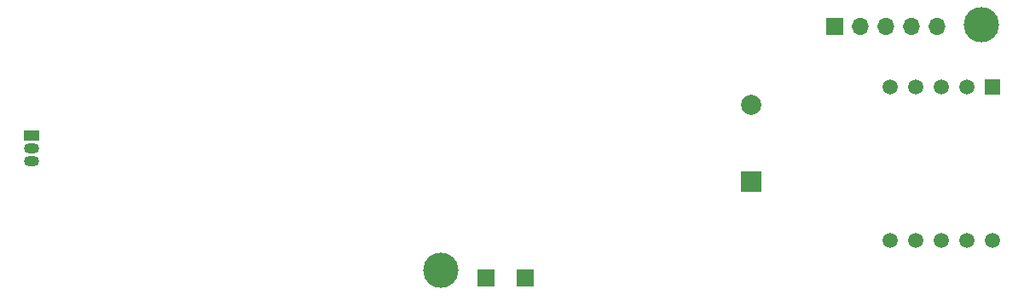
<source format=gbr>
%TF.GenerationSoftware,KiCad,Pcbnew,8.0.2*%
%TF.CreationDate,2024-05-19T20:09:33-03:00*%
%TF.ProjectId,Diseno1,44697365-6e6f-4312-9e6b-696361645f70,01*%
%TF.SameCoordinates,Original*%
%TF.FileFunction,Soldermask,Bot*%
%TF.FilePolarity,Negative*%
%FSLAX46Y46*%
G04 Gerber Fmt 4.6, Leading zero omitted, Abs format (unit mm)*
G04 Created by KiCad (PCBNEW 8.0.2) date 2024-05-19 20:09:33*
%MOMM*%
%LPD*%
G01*
G04 APERTURE LIST*
%ADD10R,1.700000X1.700000*%
%ADD11R,1.500000X1.500000*%
%ADD12C,1.500000*%
%ADD13O,1.700000X1.700000*%
%ADD14C,3.500000*%
%ADD15R,1.500000X1.050000*%
%ADD16O,1.500000X1.050000*%
%ADD17R,2.000000X2.000000*%
%ADD18C,2.000000*%
G04 APERTURE END LIST*
D10*
%TO.C,J2*%
X79590000Y-113170000D03*
%TD*%
D11*
%TO.C,U7*%
X129861014Y-94183463D03*
D12*
X127321014Y-94183463D03*
X124781014Y-94183463D03*
X122241014Y-94183463D03*
X119701014Y-94183463D03*
X119701014Y-109423000D03*
X122241014Y-109423000D03*
X124781014Y-109423000D03*
X127321014Y-109423000D03*
X129861014Y-109423000D03*
%TD*%
D10*
%TO.C,J1*%
X114190000Y-88140000D03*
D13*
X116730000Y-88140000D03*
X119270000Y-88140000D03*
X121810000Y-88140000D03*
X124350000Y-88140000D03*
%TD*%
D14*
%TO.C,H2*%
X75140000Y-112400000D03*
%TD*%
D10*
%TO.C,J3*%
X83510000Y-113190000D03*
%TD*%
D15*
%TO.C,U1*%
X34500000Y-99000000D03*
D16*
X34500000Y-100270000D03*
X34500000Y-101540000D03*
%TD*%
D14*
%TO.C,H1*%
X128810000Y-88000000D03*
%TD*%
D17*
%TO.C,BZ1*%
X105940000Y-103600000D03*
D18*
X105940000Y-96000000D03*
%TD*%
M02*

</source>
